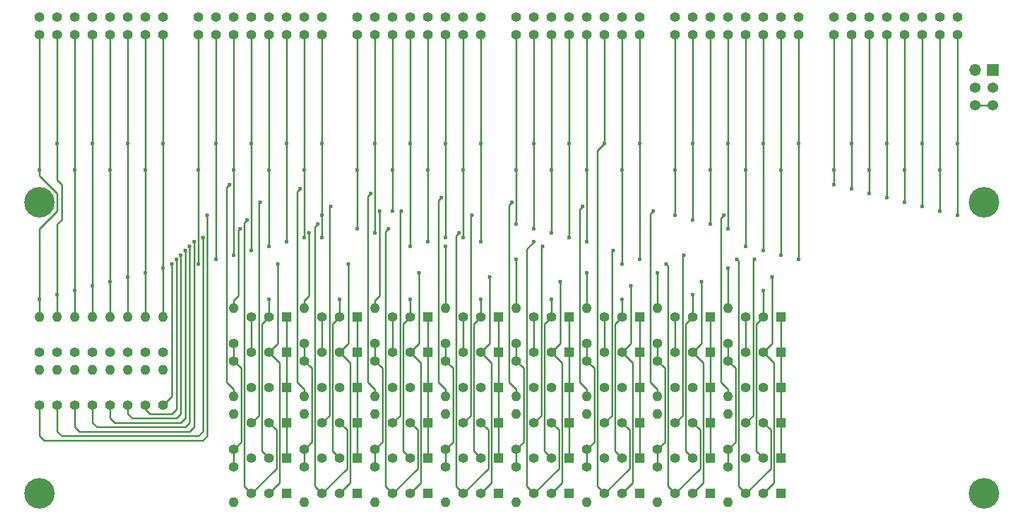
<source format=gbl>
G04 #@! TF.GenerationSoftware,KiCad,Pcbnew,(5.0.0-rc2-200-g1f6f76beb)*
G04 #@! TF.CreationDate,2018-07-19T02:54:02+02:00*
G04 #@! TF.ProjectId,8-bit-bitwise-logic,382D6269742D626974776973652D6C6F,rev?*
G04 #@! TF.SameCoordinates,Original*
G04 #@! TF.FileFunction,Copper,L2,Bot,Signal*
G04 #@! TF.FilePolarity,Positive*
%FSLAX46Y46*%
G04 Gerber Fmt 4.6, Leading zero omitted, Abs format (unit mm)*
G04 Created by KiCad (PCBNEW (5.0.0-rc2-200-g1f6f76beb)) date Thu Jul 19 02:54:02 2018*
%MOMM*%
%LPD*%
G01*
G04 APERTURE LIST*
G04 #@! TA.AperFunction,ComponentPad*
%ADD10C,1.524000*%
G04 #@! TD*
G04 #@! TA.AperFunction,ComponentPad*
%ADD11C,1.400000*%
G04 #@! TD*
G04 #@! TA.AperFunction,ComponentPad*
%ADD12R,1.400000X1.400000*%
G04 #@! TD*
G04 #@! TA.AperFunction,ComponentPad*
%ADD13O,1.400000X1.400000*%
G04 #@! TD*
G04 #@! TA.AperFunction,ComponentPad*
%ADD14R,1.700000X1.700000*%
G04 #@! TD*
G04 #@! TA.AperFunction,ComponentPad*
%ADD15O,1.700000X1.700000*%
G04 #@! TD*
G04 #@! TA.AperFunction,ComponentPad*
%ADD16C,4.400000*%
G04 #@! TD*
G04 #@! TA.AperFunction,ViaPad*
%ADD17C,0.600000*%
G04 #@! TD*
G04 #@! TA.AperFunction,Conductor*
%ADD18C,0.250000*%
G04 #@! TD*
G04 APERTURE END LIST*
D10*
G04 #@! TO.P,J7,2*
G04 #@! TO.N,VCC*
X218440000Y-53340000D03*
G04 #@! TO.P,J7,1*
G04 #@! TO.N,GND*
X218440000Y-55880000D03*
X215900000Y-55880000D03*
G04 #@! TO.P,J7,2*
G04 #@! TO.N,VCC*
X215900000Y-53340000D03*
G04 #@! TD*
D11*
G04 #@! TO.P,Q20,2*
G04 #@! TO.N,/b3*
X154940000Y-91440000D03*
G04 #@! TO.P,Q20,3*
G04 #@! TO.N,/nor3*
X152400000Y-91440000D03*
D12*
G04 #@! TO.P,Q20,1*
G04 #@! TO.N,GND*
X157480000Y-91440000D03*
G04 #@! TD*
D11*
G04 #@! TO.P,Q7,2*
G04 #@! TO.N,/a1*
X175260000Y-86360000D03*
G04 #@! TO.P,Q7,3*
G04 #@! TO.N,/nor1*
X172720000Y-86360000D03*
D12*
G04 #@! TO.P,Q7,1*
G04 #@! TO.N,GND*
X177800000Y-86360000D03*
G04 #@! TD*
D11*
G04 #@! TO.P,Q1,2*
G04 #@! TO.N,/a0*
X185420000Y-86360000D03*
G04 #@! TO.P,Q1,3*
G04 #@! TO.N,/nor0*
X182880000Y-86360000D03*
D12*
G04 #@! TO.P,Q1,1*
G04 #@! TO.N,GND*
X187960000Y-86360000D03*
G04 #@! TD*
D11*
G04 #@! TO.P,Q2,2*
G04 #@! TO.N,/b0*
X185420000Y-91440000D03*
G04 #@! TO.P,Q2,3*
G04 #@! TO.N,/nor0*
X182880000Y-91440000D03*
D12*
G04 #@! TO.P,Q2,1*
G04 #@! TO.N,GND*
X187960000Y-91440000D03*
G04 #@! TD*
D11*
G04 #@! TO.P,Q3,2*
G04 #@! TO.N,/nor0*
X185420000Y-96520000D03*
G04 #@! TO.P,Q3,3*
G04 #@! TO.N,/or0*
X182880000Y-96520000D03*
D12*
G04 #@! TO.P,Q3,1*
G04 #@! TO.N,GND*
X187960000Y-96520000D03*
G04 #@! TD*
D11*
G04 #@! TO.P,Q4,2*
G04 #@! TO.N,/nand0*
X185420000Y-101600000D03*
G04 #@! TO.P,Q4,3*
G04 #@! TO.N,/and0*
X182880000Y-101600000D03*
D12*
G04 #@! TO.P,Q4,1*
G04 #@! TO.N,GND*
X187960000Y-101600000D03*
G04 #@! TD*
D11*
G04 #@! TO.P,Q5,2*
G04 #@! TO.N,/a0*
X185420000Y-106680000D03*
G04 #@! TO.P,Q5,3*
G04 #@! TO.N,Net-(Q5-Pad3)*
X182880000Y-106680000D03*
D12*
G04 #@! TO.P,Q5,1*
G04 #@! TO.N,GND*
X187960000Y-106680000D03*
G04 #@! TD*
D11*
G04 #@! TO.P,Q6,2*
G04 #@! TO.N,/b0*
X185420000Y-111760000D03*
G04 #@! TO.P,Q6,3*
G04 #@! TO.N,/nand0*
X182880000Y-111760000D03*
D12*
G04 #@! TO.P,Q6,1*
G04 #@! TO.N,Net-(Q5-Pad3)*
X187960000Y-111760000D03*
G04 #@! TD*
D11*
G04 #@! TO.P,Q8,2*
G04 #@! TO.N,/b1*
X175260000Y-91440000D03*
G04 #@! TO.P,Q8,3*
G04 #@! TO.N,/nor1*
X172720000Y-91440000D03*
D12*
G04 #@! TO.P,Q8,1*
G04 #@! TO.N,GND*
X177800000Y-91440000D03*
G04 #@! TD*
D11*
G04 #@! TO.P,Q9,2*
G04 #@! TO.N,/nor1*
X175260000Y-96520000D03*
G04 #@! TO.P,Q9,3*
G04 #@! TO.N,/or1*
X172720000Y-96520000D03*
D12*
G04 #@! TO.P,Q9,1*
G04 #@! TO.N,GND*
X177800000Y-96520000D03*
G04 #@! TD*
D11*
G04 #@! TO.P,Q10,2*
G04 #@! TO.N,/nand1*
X175260000Y-101600000D03*
G04 #@! TO.P,Q10,3*
G04 #@! TO.N,/and1*
X172720000Y-101600000D03*
D12*
G04 #@! TO.P,Q10,1*
G04 #@! TO.N,GND*
X177800000Y-101600000D03*
G04 #@! TD*
D11*
G04 #@! TO.P,Q11,2*
G04 #@! TO.N,/a1*
X175260000Y-106680000D03*
G04 #@! TO.P,Q11,3*
G04 #@! TO.N,Net-(Q11-Pad3)*
X172720000Y-106680000D03*
D12*
G04 #@! TO.P,Q11,1*
G04 #@! TO.N,GND*
X177800000Y-106680000D03*
G04 #@! TD*
D11*
G04 #@! TO.P,Q12,2*
G04 #@! TO.N,/b1*
X175260000Y-111760000D03*
G04 #@! TO.P,Q12,3*
G04 #@! TO.N,/nand1*
X172720000Y-111760000D03*
D12*
G04 #@! TO.P,Q12,1*
G04 #@! TO.N,Net-(Q11-Pad3)*
X177800000Y-111760000D03*
G04 #@! TD*
D11*
G04 #@! TO.P,Q13,2*
G04 #@! TO.N,/a2*
X165100000Y-86360000D03*
G04 #@! TO.P,Q13,3*
G04 #@! TO.N,/nor2*
X162560000Y-86360000D03*
D12*
G04 #@! TO.P,Q13,1*
G04 #@! TO.N,GND*
X167640000Y-86360000D03*
G04 #@! TD*
D11*
G04 #@! TO.P,Q14,2*
G04 #@! TO.N,/b2*
X165100000Y-91440000D03*
G04 #@! TO.P,Q14,3*
G04 #@! TO.N,/nor2*
X162560000Y-91440000D03*
D12*
G04 #@! TO.P,Q14,1*
G04 #@! TO.N,GND*
X167640000Y-91440000D03*
G04 #@! TD*
D11*
G04 #@! TO.P,Q15,2*
G04 #@! TO.N,/nor2*
X165100000Y-96520000D03*
G04 #@! TO.P,Q15,3*
G04 #@! TO.N,/or2*
X162560000Y-96520000D03*
D12*
G04 #@! TO.P,Q15,1*
G04 #@! TO.N,GND*
X167640000Y-96520000D03*
G04 #@! TD*
D11*
G04 #@! TO.P,Q16,2*
G04 #@! TO.N,/nand2*
X165100000Y-101600000D03*
G04 #@! TO.P,Q16,3*
G04 #@! TO.N,/and2*
X162560000Y-101600000D03*
D12*
G04 #@! TO.P,Q16,1*
G04 #@! TO.N,GND*
X167640000Y-101600000D03*
G04 #@! TD*
D11*
G04 #@! TO.P,Q17,2*
G04 #@! TO.N,/a2*
X165100000Y-106680000D03*
G04 #@! TO.P,Q17,3*
G04 #@! TO.N,Net-(Q17-Pad3)*
X162560000Y-106680000D03*
D12*
G04 #@! TO.P,Q17,1*
G04 #@! TO.N,GND*
X167640000Y-106680000D03*
G04 #@! TD*
D11*
G04 #@! TO.P,Q18,2*
G04 #@! TO.N,/b2*
X165100000Y-111760000D03*
G04 #@! TO.P,Q18,3*
G04 #@! TO.N,/nand2*
X162560000Y-111760000D03*
D12*
G04 #@! TO.P,Q18,1*
G04 #@! TO.N,Net-(Q17-Pad3)*
X167640000Y-111760000D03*
G04 #@! TD*
D11*
G04 #@! TO.P,Q19,2*
G04 #@! TO.N,/a3*
X154940000Y-86360000D03*
G04 #@! TO.P,Q19,3*
G04 #@! TO.N,/nor3*
X152400000Y-86360000D03*
D12*
G04 #@! TO.P,Q19,1*
G04 #@! TO.N,GND*
X157480000Y-86360000D03*
G04 #@! TD*
D11*
G04 #@! TO.P,Q21,2*
G04 #@! TO.N,/nor3*
X154940000Y-96520000D03*
G04 #@! TO.P,Q21,3*
G04 #@! TO.N,/or3*
X152400000Y-96520000D03*
D12*
G04 #@! TO.P,Q21,1*
G04 #@! TO.N,GND*
X157480000Y-96520000D03*
G04 #@! TD*
D11*
G04 #@! TO.P,Q22,2*
G04 #@! TO.N,/nand3*
X154940000Y-101600000D03*
G04 #@! TO.P,Q22,3*
G04 #@! TO.N,/and3*
X152400000Y-101600000D03*
D12*
G04 #@! TO.P,Q22,1*
G04 #@! TO.N,GND*
X157480000Y-101600000D03*
G04 #@! TD*
D11*
G04 #@! TO.P,Q23,2*
G04 #@! TO.N,/a3*
X154940000Y-106680000D03*
G04 #@! TO.P,Q23,3*
G04 #@! TO.N,Net-(Q23-Pad3)*
X152400000Y-106680000D03*
D12*
G04 #@! TO.P,Q23,1*
G04 #@! TO.N,GND*
X157480000Y-106680000D03*
G04 #@! TD*
D11*
G04 #@! TO.P,Q24,2*
G04 #@! TO.N,/b3*
X154940000Y-111760000D03*
G04 #@! TO.P,Q24,3*
G04 #@! TO.N,/nand3*
X152400000Y-111760000D03*
D12*
G04 #@! TO.P,Q24,1*
G04 #@! TO.N,Net-(Q23-Pad3)*
X157480000Y-111760000D03*
G04 #@! TD*
D11*
G04 #@! TO.P,Q25,2*
G04 #@! TO.N,/a4*
X144780000Y-86360000D03*
G04 #@! TO.P,Q25,3*
G04 #@! TO.N,/nor4*
X142240000Y-86360000D03*
D12*
G04 #@! TO.P,Q25,1*
G04 #@! TO.N,GND*
X147320000Y-86360000D03*
G04 #@! TD*
D11*
G04 #@! TO.P,Q26,2*
G04 #@! TO.N,/b4*
X144780000Y-91440000D03*
G04 #@! TO.P,Q26,3*
G04 #@! TO.N,/nor4*
X142240000Y-91440000D03*
D12*
G04 #@! TO.P,Q26,1*
G04 #@! TO.N,GND*
X147320000Y-91440000D03*
G04 #@! TD*
D11*
G04 #@! TO.P,Q27,2*
G04 #@! TO.N,/nor4*
X144780000Y-96520000D03*
G04 #@! TO.P,Q27,3*
G04 #@! TO.N,/or4*
X142240000Y-96520000D03*
D12*
G04 #@! TO.P,Q27,1*
G04 #@! TO.N,GND*
X147320000Y-96520000D03*
G04 #@! TD*
D11*
G04 #@! TO.P,Q28,2*
G04 #@! TO.N,/nand4*
X144780000Y-101600000D03*
G04 #@! TO.P,Q28,3*
G04 #@! TO.N,/and4*
X142240000Y-101600000D03*
D12*
G04 #@! TO.P,Q28,1*
G04 #@! TO.N,GND*
X147320000Y-101600000D03*
G04 #@! TD*
D11*
G04 #@! TO.P,Q29,2*
G04 #@! TO.N,/a4*
X144780000Y-106680000D03*
G04 #@! TO.P,Q29,3*
G04 #@! TO.N,Net-(Q29-Pad3)*
X142240000Y-106680000D03*
D12*
G04 #@! TO.P,Q29,1*
G04 #@! TO.N,GND*
X147320000Y-106680000D03*
G04 #@! TD*
D11*
G04 #@! TO.P,Q30,2*
G04 #@! TO.N,/b4*
X144780000Y-111760000D03*
G04 #@! TO.P,Q30,3*
G04 #@! TO.N,/nand4*
X142240000Y-111760000D03*
D12*
G04 #@! TO.P,Q30,1*
G04 #@! TO.N,Net-(Q29-Pad3)*
X147320000Y-111760000D03*
G04 #@! TD*
D11*
G04 #@! TO.P,Q31,2*
G04 #@! TO.N,/a5*
X134620000Y-86360000D03*
G04 #@! TO.P,Q31,3*
G04 #@! TO.N,/nor5*
X132080000Y-86360000D03*
D12*
G04 #@! TO.P,Q31,1*
G04 #@! TO.N,GND*
X137160000Y-86360000D03*
G04 #@! TD*
D11*
G04 #@! TO.P,Q32,2*
G04 #@! TO.N,/b5*
X134620000Y-91440000D03*
G04 #@! TO.P,Q32,3*
G04 #@! TO.N,/nor5*
X132080000Y-91440000D03*
D12*
G04 #@! TO.P,Q32,1*
G04 #@! TO.N,GND*
X137160000Y-91440000D03*
G04 #@! TD*
D11*
G04 #@! TO.P,Q33,2*
G04 #@! TO.N,/nor5*
X134620000Y-96520000D03*
G04 #@! TO.P,Q33,3*
G04 #@! TO.N,/or5*
X132080000Y-96520000D03*
D12*
G04 #@! TO.P,Q33,1*
G04 #@! TO.N,GND*
X137160000Y-96520000D03*
G04 #@! TD*
D11*
G04 #@! TO.P,Q34,2*
G04 #@! TO.N,/nand5*
X134620000Y-101600000D03*
G04 #@! TO.P,Q34,3*
G04 #@! TO.N,/and5*
X132080000Y-101600000D03*
D12*
G04 #@! TO.P,Q34,1*
G04 #@! TO.N,GND*
X137160000Y-101600000D03*
G04 #@! TD*
D11*
G04 #@! TO.P,Q35,2*
G04 #@! TO.N,/a5*
X134620000Y-106680000D03*
G04 #@! TO.P,Q35,3*
G04 #@! TO.N,Net-(Q35-Pad3)*
X132080000Y-106680000D03*
D12*
G04 #@! TO.P,Q35,1*
G04 #@! TO.N,GND*
X137160000Y-106680000D03*
G04 #@! TD*
D11*
G04 #@! TO.P,Q36,2*
G04 #@! TO.N,/b5*
X134620000Y-111760000D03*
G04 #@! TO.P,Q36,3*
G04 #@! TO.N,/nand5*
X132080000Y-111760000D03*
D12*
G04 #@! TO.P,Q36,1*
G04 #@! TO.N,Net-(Q35-Pad3)*
X137160000Y-111760000D03*
G04 #@! TD*
D11*
G04 #@! TO.P,Q37,2*
G04 #@! TO.N,/a6*
X124460000Y-86360000D03*
G04 #@! TO.P,Q37,3*
G04 #@! TO.N,/nor6*
X121920000Y-86360000D03*
D12*
G04 #@! TO.P,Q37,1*
G04 #@! TO.N,GND*
X127000000Y-86360000D03*
G04 #@! TD*
D11*
G04 #@! TO.P,Q38,2*
G04 #@! TO.N,/b6*
X124460000Y-91440000D03*
G04 #@! TO.P,Q38,3*
G04 #@! TO.N,/nor6*
X121920000Y-91440000D03*
D12*
G04 #@! TO.P,Q38,1*
G04 #@! TO.N,GND*
X127000000Y-91440000D03*
G04 #@! TD*
D11*
G04 #@! TO.P,Q39,2*
G04 #@! TO.N,/nor6*
X124460000Y-96520000D03*
G04 #@! TO.P,Q39,3*
G04 #@! TO.N,/or6*
X121920000Y-96520000D03*
D12*
G04 #@! TO.P,Q39,1*
G04 #@! TO.N,GND*
X127000000Y-96520000D03*
G04 #@! TD*
D11*
G04 #@! TO.P,Q40,2*
G04 #@! TO.N,/nand6*
X124460000Y-101600000D03*
G04 #@! TO.P,Q40,3*
G04 #@! TO.N,/and6*
X121920000Y-101600000D03*
D12*
G04 #@! TO.P,Q40,1*
G04 #@! TO.N,GND*
X127000000Y-101600000D03*
G04 #@! TD*
D11*
G04 #@! TO.P,Q41,2*
G04 #@! TO.N,/a6*
X124460000Y-106680000D03*
G04 #@! TO.P,Q41,3*
G04 #@! TO.N,Net-(Q41-Pad3)*
X121920000Y-106680000D03*
D12*
G04 #@! TO.P,Q41,1*
G04 #@! TO.N,GND*
X127000000Y-106680000D03*
G04 #@! TD*
D11*
G04 #@! TO.P,Q42,2*
G04 #@! TO.N,/b6*
X124460000Y-111760000D03*
G04 #@! TO.P,Q42,3*
G04 #@! TO.N,/nand6*
X121920000Y-111760000D03*
D12*
G04 #@! TO.P,Q42,1*
G04 #@! TO.N,Net-(Q41-Pad3)*
X127000000Y-111760000D03*
G04 #@! TD*
D11*
G04 #@! TO.P,Q43,2*
G04 #@! TO.N,/a7*
X114300000Y-86360000D03*
G04 #@! TO.P,Q43,3*
G04 #@! TO.N,/nor7*
X111760000Y-86360000D03*
D12*
G04 #@! TO.P,Q43,1*
G04 #@! TO.N,GND*
X116840000Y-86360000D03*
G04 #@! TD*
D11*
G04 #@! TO.P,Q44,2*
G04 #@! TO.N,/b7*
X114300000Y-91440000D03*
G04 #@! TO.P,Q44,3*
G04 #@! TO.N,/nor7*
X111760000Y-91440000D03*
D12*
G04 #@! TO.P,Q44,1*
G04 #@! TO.N,GND*
X116840000Y-91440000D03*
G04 #@! TD*
D11*
G04 #@! TO.P,Q45,2*
G04 #@! TO.N,/nor7*
X114300000Y-96520000D03*
G04 #@! TO.P,Q45,3*
G04 #@! TO.N,/or7*
X111760000Y-96520000D03*
D12*
G04 #@! TO.P,Q45,1*
G04 #@! TO.N,GND*
X116840000Y-96520000D03*
G04 #@! TD*
D11*
G04 #@! TO.P,Q46,2*
G04 #@! TO.N,/nand7*
X114300000Y-101600000D03*
G04 #@! TO.P,Q46,3*
G04 #@! TO.N,/and7*
X111760000Y-101600000D03*
D12*
G04 #@! TO.P,Q46,1*
G04 #@! TO.N,GND*
X116840000Y-101600000D03*
G04 #@! TD*
D11*
G04 #@! TO.P,Q47,2*
G04 #@! TO.N,/a7*
X114300000Y-106680000D03*
G04 #@! TO.P,Q47,3*
G04 #@! TO.N,Net-(Q47-Pad3)*
X111760000Y-106680000D03*
D12*
G04 #@! TO.P,Q47,1*
G04 #@! TO.N,GND*
X116840000Y-106680000D03*
G04 #@! TD*
D11*
G04 #@! TO.P,Q48,2*
G04 #@! TO.N,/b7*
X114300000Y-111760000D03*
G04 #@! TO.P,Q48,3*
G04 #@! TO.N,/nand7*
X111760000Y-111760000D03*
D12*
G04 #@! TO.P,Q48,1*
G04 #@! TO.N,Net-(Q47-Pad3)*
X116840000Y-111760000D03*
G04 #@! TD*
D11*
G04 #@! TO.P,R1,1*
G04 #@! TO.N,GND*
X99060000Y-91440000D03*
D13*
G04 #@! TO.P,R1,2*
G04 #@! TO.N,/a0*
X99060000Y-86360000D03*
G04 #@! TD*
D11*
G04 #@! TO.P,R2,1*
G04 #@! TO.N,/b0*
X81280000Y-99060000D03*
D13*
G04 #@! TO.P,R2,2*
G04 #@! TO.N,GND*
X81280000Y-93980000D03*
G04 #@! TD*
D11*
G04 #@! TO.P,R3,1*
G04 #@! TO.N,VCC*
X180340000Y-90170000D03*
D13*
G04 #@! TO.P,R3,2*
G04 #@! TO.N,/nor0*
X180340000Y-85090000D03*
G04 #@! TD*
D11*
G04 #@! TO.P,R4,1*
G04 #@! TO.N,VCC*
X180340000Y-92710000D03*
D13*
G04 #@! TO.P,R4,2*
G04 #@! TO.N,/or0*
X180340000Y-97790000D03*
G04 #@! TD*
D11*
G04 #@! TO.P,R5,1*
G04 #@! TO.N,VCC*
X180340000Y-105410000D03*
D13*
G04 #@! TO.P,R5,2*
G04 #@! TO.N,/and0*
X180340000Y-100330000D03*
G04 #@! TD*
D11*
G04 #@! TO.P,R6,1*
G04 #@! TO.N,VCC*
X180340000Y-107950000D03*
D13*
G04 #@! TO.P,R6,2*
G04 #@! TO.N,/nand0*
X180340000Y-113030000D03*
G04 #@! TD*
D11*
G04 #@! TO.P,R7,1*
G04 #@! TO.N,GND*
X96520000Y-91440000D03*
D13*
G04 #@! TO.P,R7,2*
G04 #@! TO.N,/a1*
X96520000Y-86360000D03*
G04 #@! TD*
D11*
G04 #@! TO.P,R8,1*
G04 #@! TO.N,/b1*
X83820000Y-99060000D03*
D13*
G04 #@! TO.P,R8,2*
G04 #@! TO.N,GND*
X83820000Y-93980000D03*
G04 #@! TD*
D11*
G04 #@! TO.P,R9,1*
G04 #@! TO.N,VCC*
X170180000Y-90170000D03*
D13*
G04 #@! TO.P,R9,2*
G04 #@! TO.N,/nor1*
X170180000Y-85090000D03*
G04 #@! TD*
D11*
G04 #@! TO.P,R10,1*
G04 #@! TO.N,VCC*
X170180000Y-92710000D03*
D13*
G04 #@! TO.P,R10,2*
G04 #@! TO.N,/or1*
X170180000Y-97790000D03*
G04 #@! TD*
D11*
G04 #@! TO.P,R11,1*
G04 #@! TO.N,VCC*
X170180000Y-105410000D03*
D13*
G04 #@! TO.P,R11,2*
G04 #@! TO.N,/and1*
X170180000Y-100330000D03*
G04 #@! TD*
D11*
G04 #@! TO.P,R12,1*
G04 #@! TO.N,VCC*
X170180000Y-107950000D03*
D13*
G04 #@! TO.P,R12,2*
G04 #@! TO.N,/nand1*
X170180000Y-113030000D03*
G04 #@! TD*
D11*
G04 #@! TO.P,R13,1*
G04 #@! TO.N,GND*
X93980000Y-91440000D03*
D13*
G04 #@! TO.P,R13,2*
G04 #@! TO.N,/a2*
X93980000Y-86360000D03*
G04 #@! TD*
D11*
G04 #@! TO.P,R14,1*
G04 #@! TO.N,/b2*
X86360000Y-99060000D03*
D13*
G04 #@! TO.P,R14,2*
G04 #@! TO.N,GND*
X86360000Y-93980000D03*
G04 #@! TD*
D11*
G04 #@! TO.P,R15,1*
G04 #@! TO.N,VCC*
X160020000Y-90170000D03*
D13*
G04 #@! TO.P,R15,2*
G04 #@! TO.N,/nor2*
X160020000Y-85090000D03*
G04 #@! TD*
D11*
G04 #@! TO.P,R16,1*
G04 #@! TO.N,VCC*
X160020000Y-92710000D03*
D13*
G04 #@! TO.P,R16,2*
G04 #@! TO.N,/or2*
X160020000Y-97790000D03*
G04 #@! TD*
D11*
G04 #@! TO.P,R17,1*
G04 #@! TO.N,VCC*
X160020000Y-105410000D03*
D13*
G04 #@! TO.P,R17,2*
G04 #@! TO.N,/and2*
X160020000Y-100330000D03*
G04 #@! TD*
D11*
G04 #@! TO.P,R18,1*
G04 #@! TO.N,VCC*
X160020000Y-107950000D03*
D13*
G04 #@! TO.P,R18,2*
G04 #@! TO.N,/nand2*
X160020000Y-113030000D03*
G04 #@! TD*
D11*
G04 #@! TO.P,R19,1*
G04 #@! TO.N,GND*
X91440000Y-91440000D03*
D13*
G04 #@! TO.P,R19,2*
G04 #@! TO.N,/a3*
X91440000Y-86360000D03*
G04 #@! TD*
D11*
G04 #@! TO.P,R20,1*
G04 #@! TO.N,/b3*
X88900000Y-99060000D03*
D13*
G04 #@! TO.P,R20,2*
G04 #@! TO.N,GND*
X88900000Y-93980000D03*
G04 #@! TD*
D11*
G04 #@! TO.P,R21,1*
G04 #@! TO.N,VCC*
X149860000Y-90170000D03*
D13*
G04 #@! TO.P,R21,2*
G04 #@! TO.N,/nor3*
X149860000Y-85090000D03*
G04 #@! TD*
D11*
G04 #@! TO.P,R22,1*
G04 #@! TO.N,VCC*
X149860000Y-92710000D03*
D13*
G04 #@! TO.P,R22,2*
G04 #@! TO.N,/or3*
X149860000Y-97790000D03*
G04 #@! TD*
D11*
G04 #@! TO.P,R23,1*
G04 #@! TO.N,VCC*
X149860000Y-105410000D03*
D13*
G04 #@! TO.P,R23,2*
G04 #@! TO.N,/and3*
X149860000Y-100330000D03*
G04 #@! TD*
D11*
G04 #@! TO.P,R24,1*
G04 #@! TO.N,VCC*
X149860000Y-107950000D03*
D13*
G04 #@! TO.P,R24,2*
G04 #@! TO.N,/nand3*
X149860000Y-113030000D03*
G04 #@! TD*
D11*
G04 #@! TO.P,R25,1*
G04 #@! TO.N,GND*
X88900000Y-91440000D03*
D13*
G04 #@! TO.P,R25,2*
G04 #@! TO.N,/a4*
X88900000Y-86360000D03*
G04 #@! TD*
D11*
G04 #@! TO.P,R26,1*
G04 #@! TO.N,/b4*
X91440000Y-99060000D03*
D13*
G04 #@! TO.P,R26,2*
G04 #@! TO.N,GND*
X91440000Y-93980000D03*
G04 #@! TD*
D11*
G04 #@! TO.P,R27,1*
G04 #@! TO.N,VCC*
X139700000Y-90170000D03*
D13*
G04 #@! TO.P,R27,2*
G04 #@! TO.N,/nor4*
X139700000Y-85090000D03*
G04 #@! TD*
D11*
G04 #@! TO.P,R28,1*
G04 #@! TO.N,VCC*
X139700000Y-92710000D03*
D13*
G04 #@! TO.P,R28,2*
G04 #@! TO.N,/or4*
X139700000Y-97790000D03*
G04 #@! TD*
D11*
G04 #@! TO.P,R29,1*
G04 #@! TO.N,VCC*
X139700000Y-105410000D03*
D13*
G04 #@! TO.P,R29,2*
G04 #@! TO.N,/and4*
X139700000Y-100330000D03*
G04 #@! TD*
D11*
G04 #@! TO.P,R30,1*
G04 #@! TO.N,VCC*
X139700000Y-107950000D03*
D13*
G04 #@! TO.P,R30,2*
G04 #@! TO.N,/nand4*
X139700000Y-113030000D03*
G04 #@! TD*
D11*
G04 #@! TO.P,R31,1*
G04 #@! TO.N,GND*
X86360000Y-91440000D03*
D13*
G04 #@! TO.P,R31,2*
G04 #@! TO.N,/a5*
X86360000Y-86360000D03*
G04 #@! TD*
D11*
G04 #@! TO.P,R32,1*
G04 #@! TO.N,/b5*
X93980000Y-99060000D03*
D13*
G04 #@! TO.P,R32,2*
G04 #@! TO.N,GND*
X93980000Y-93980000D03*
G04 #@! TD*
D11*
G04 #@! TO.P,R33,1*
G04 #@! TO.N,VCC*
X129540000Y-90170000D03*
D13*
G04 #@! TO.P,R33,2*
G04 #@! TO.N,/nor5*
X129540000Y-85090000D03*
G04 #@! TD*
D11*
G04 #@! TO.P,R34,1*
G04 #@! TO.N,VCC*
X129540000Y-92710000D03*
D13*
G04 #@! TO.P,R34,2*
G04 #@! TO.N,/or5*
X129540000Y-97790000D03*
G04 #@! TD*
D11*
G04 #@! TO.P,R35,1*
G04 #@! TO.N,VCC*
X129540000Y-105410000D03*
D13*
G04 #@! TO.P,R35,2*
G04 #@! TO.N,/and5*
X129540000Y-100330000D03*
G04 #@! TD*
D11*
G04 #@! TO.P,R36,1*
G04 #@! TO.N,VCC*
X129540000Y-107950000D03*
D13*
G04 #@! TO.P,R36,2*
G04 #@! TO.N,/nand5*
X129540000Y-113030000D03*
G04 #@! TD*
D11*
G04 #@! TO.P,R37,1*
G04 #@! TO.N,GND*
X83820000Y-91440000D03*
D13*
G04 #@! TO.P,R37,2*
G04 #@! TO.N,/a6*
X83820000Y-86360000D03*
G04 #@! TD*
D11*
G04 #@! TO.P,R38,1*
G04 #@! TO.N,/b6*
X96520000Y-99060000D03*
D13*
G04 #@! TO.P,R38,2*
G04 #@! TO.N,GND*
X96520000Y-93980000D03*
G04 #@! TD*
D11*
G04 #@! TO.P,R39,1*
G04 #@! TO.N,VCC*
X119380000Y-90170000D03*
D13*
G04 #@! TO.P,R39,2*
G04 #@! TO.N,/nor6*
X119380000Y-85090000D03*
G04 #@! TD*
D11*
G04 #@! TO.P,R40,1*
G04 #@! TO.N,VCC*
X119380000Y-92710000D03*
D13*
G04 #@! TO.P,R40,2*
G04 #@! TO.N,/or6*
X119380000Y-97790000D03*
G04 #@! TD*
D11*
G04 #@! TO.P,R41,1*
G04 #@! TO.N,VCC*
X119380000Y-105410000D03*
D13*
G04 #@! TO.P,R41,2*
G04 #@! TO.N,/and6*
X119380000Y-100330000D03*
G04 #@! TD*
D11*
G04 #@! TO.P,R42,1*
G04 #@! TO.N,VCC*
X119380000Y-107950000D03*
D13*
G04 #@! TO.P,R42,2*
G04 #@! TO.N,/nand6*
X119380000Y-113030000D03*
G04 #@! TD*
D11*
G04 #@! TO.P,R43,1*
G04 #@! TO.N,GND*
X81280000Y-91440000D03*
D13*
G04 #@! TO.P,R43,2*
G04 #@! TO.N,/a7*
X81280000Y-86360000D03*
G04 #@! TD*
D11*
G04 #@! TO.P,R44,1*
G04 #@! TO.N,/b7*
X99060000Y-99060000D03*
D13*
G04 #@! TO.P,R44,2*
G04 #@! TO.N,GND*
X99060000Y-93980000D03*
G04 #@! TD*
D11*
G04 #@! TO.P,R45,1*
G04 #@! TO.N,VCC*
X109220000Y-90170000D03*
D13*
G04 #@! TO.P,R45,2*
G04 #@! TO.N,/nor7*
X109220000Y-85090000D03*
G04 #@! TD*
D11*
G04 #@! TO.P,R46,1*
G04 #@! TO.N,VCC*
X109220000Y-92710000D03*
D13*
G04 #@! TO.P,R46,2*
G04 #@! TO.N,/or7*
X109220000Y-97790000D03*
G04 #@! TD*
D11*
G04 #@! TO.P,R47,1*
G04 #@! TO.N,VCC*
X109220000Y-105410000D03*
D13*
G04 #@! TO.P,R47,2*
G04 #@! TO.N,/and7*
X109220000Y-100330000D03*
G04 #@! TD*
D11*
G04 #@! TO.P,R48,1*
G04 #@! TO.N,VCC*
X109220000Y-107950000D03*
D13*
G04 #@! TO.P,R48,2*
G04 #@! TO.N,/nand7*
X109220000Y-113030000D03*
G04 #@! TD*
D14*
G04 #@! TO.P,JP1,1*
G04 #@! TO.N,VCC*
X218440000Y-50800000D03*
D15*
G04 #@! TO.P,JP1,2*
G04 #@! TO.N,Net-(D1-Pad2)*
X215900000Y-50800000D03*
G04 #@! TD*
D11*
G04 #@! TO.P,J1,8*
G04 #@! TO.N,/a7*
X81280000Y-45720000D03*
G04 #@! TO.P,J1,7*
G04 #@! TO.N,/a6*
X83820000Y-45720000D03*
G04 #@! TO.P,J1,6*
G04 #@! TO.N,/a5*
X86360000Y-45720000D03*
G04 #@! TO.P,J1,5*
G04 #@! TO.N,/a4*
X88900000Y-45720000D03*
G04 #@! TO.P,J1,4*
G04 #@! TO.N,/a3*
X91440000Y-45720000D03*
G04 #@! TO.P,J1,3*
G04 #@! TO.N,/a2*
X93980000Y-45720000D03*
G04 #@! TO.P,J1,2*
G04 #@! TO.N,/a1*
X96520000Y-45720000D03*
G04 #@! TO.P,J1,1*
G04 #@! TO.N,/a0*
X99060000Y-45720000D03*
X99060000Y-43180000D03*
G04 #@! TO.P,J1,2*
G04 #@! TO.N,/a1*
X96520000Y-43180000D03*
G04 #@! TO.P,J1,3*
G04 #@! TO.N,/a2*
X93980000Y-43180000D03*
G04 #@! TO.P,J1,4*
G04 #@! TO.N,/a3*
X91440000Y-43180000D03*
G04 #@! TO.P,J1,5*
G04 #@! TO.N,/a4*
X88900000Y-43180000D03*
G04 #@! TO.P,J1,6*
G04 #@! TO.N,/a5*
X86360000Y-43180000D03*
G04 #@! TO.P,J1,7*
G04 #@! TO.N,/a6*
X83820000Y-43180000D03*
G04 #@! TO.P,J1,8*
G04 #@! TO.N,/a7*
X81280000Y-43180000D03*
G04 #@! TD*
G04 #@! TO.P,J2,8*
G04 #@! TO.N,/b7*
X104140000Y-43180000D03*
G04 #@! TO.P,J2,7*
G04 #@! TO.N,/b6*
X106680000Y-43180000D03*
G04 #@! TO.P,J2,6*
G04 #@! TO.N,/b5*
X109220000Y-43180000D03*
G04 #@! TO.P,J2,5*
G04 #@! TO.N,/b4*
X111760000Y-43180000D03*
G04 #@! TO.P,J2,4*
G04 #@! TO.N,/b3*
X114300000Y-43180000D03*
G04 #@! TO.P,J2,3*
G04 #@! TO.N,/b2*
X116840000Y-43180000D03*
G04 #@! TO.P,J2,2*
G04 #@! TO.N,/b1*
X119380000Y-43180000D03*
G04 #@! TO.P,J2,1*
G04 #@! TO.N,/b0*
X121920000Y-43180000D03*
X121920000Y-45720000D03*
G04 #@! TO.P,J2,2*
G04 #@! TO.N,/b1*
X119380000Y-45720000D03*
G04 #@! TO.P,J2,3*
G04 #@! TO.N,/b2*
X116840000Y-45720000D03*
G04 #@! TO.P,J2,4*
G04 #@! TO.N,/b3*
X114300000Y-45720000D03*
G04 #@! TO.P,J2,5*
G04 #@! TO.N,/b4*
X111760000Y-45720000D03*
G04 #@! TO.P,J2,6*
G04 #@! TO.N,/b5*
X109220000Y-45720000D03*
G04 #@! TO.P,J2,7*
G04 #@! TO.N,/b6*
X106680000Y-45720000D03*
G04 #@! TO.P,J2,8*
G04 #@! TO.N,/b7*
X104140000Y-45720000D03*
G04 #@! TD*
G04 #@! TO.P,J3,8*
G04 #@! TO.N,/nor7*
X127000000Y-45720000D03*
G04 #@! TO.P,J3,7*
G04 #@! TO.N,/nor6*
X129540000Y-45720000D03*
G04 #@! TO.P,J3,6*
G04 #@! TO.N,/nor5*
X132080000Y-45720000D03*
G04 #@! TO.P,J3,5*
G04 #@! TO.N,/nor4*
X134620000Y-45720000D03*
G04 #@! TO.P,J3,4*
G04 #@! TO.N,/nor3*
X137160000Y-45720000D03*
G04 #@! TO.P,J3,3*
G04 #@! TO.N,/nor2*
X139700000Y-45720000D03*
G04 #@! TO.P,J3,2*
G04 #@! TO.N,/nor1*
X142240000Y-45720000D03*
G04 #@! TO.P,J3,1*
G04 #@! TO.N,/nor0*
X144780000Y-45720000D03*
X144780000Y-43180000D03*
G04 #@! TO.P,J3,2*
G04 #@! TO.N,/nor1*
X142240000Y-43180000D03*
G04 #@! TO.P,J3,3*
G04 #@! TO.N,/nor2*
X139700000Y-43180000D03*
G04 #@! TO.P,J3,4*
G04 #@! TO.N,/nor3*
X137160000Y-43180000D03*
G04 #@! TO.P,J3,5*
G04 #@! TO.N,/nor4*
X134620000Y-43180000D03*
G04 #@! TO.P,J3,6*
G04 #@! TO.N,/nor5*
X132080000Y-43180000D03*
G04 #@! TO.P,J3,7*
G04 #@! TO.N,/nor6*
X129540000Y-43180000D03*
G04 #@! TO.P,J3,8*
G04 #@! TO.N,/nor7*
X127000000Y-43180000D03*
G04 #@! TD*
G04 #@! TO.P,J4,8*
G04 #@! TO.N,/nand7*
X149860000Y-43180000D03*
G04 #@! TO.P,J4,7*
G04 #@! TO.N,/nand6*
X152400000Y-43180000D03*
G04 #@! TO.P,J4,6*
G04 #@! TO.N,/nand5*
X154940000Y-43180000D03*
G04 #@! TO.P,J4,5*
G04 #@! TO.N,/nand4*
X157480000Y-43180000D03*
G04 #@! TO.P,J4,4*
G04 #@! TO.N,/nand3*
X160020000Y-43180000D03*
G04 #@! TO.P,J4,3*
G04 #@! TO.N,/nand2*
X162560000Y-43180000D03*
G04 #@! TO.P,J4,2*
G04 #@! TO.N,/nand1*
X165100000Y-43180000D03*
G04 #@! TO.P,J4,1*
G04 #@! TO.N,/nand0*
X167640000Y-43180000D03*
X167640000Y-45720000D03*
G04 #@! TO.P,J4,2*
G04 #@! TO.N,/nand1*
X165100000Y-45720000D03*
G04 #@! TO.P,J4,3*
G04 #@! TO.N,/nand2*
X162560000Y-45720000D03*
G04 #@! TO.P,J4,4*
G04 #@! TO.N,/nand3*
X160020000Y-45720000D03*
G04 #@! TO.P,J4,5*
G04 #@! TO.N,/nand4*
X157480000Y-45720000D03*
G04 #@! TO.P,J4,6*
G04 #@! TO.N,/nand5*
X154940000Y-45720000D03*
G04 #@! TO.P,J4,7*
G04 #@! TO.N,/nand6*
X152400000Y-45720000D03*
G04 #@! TO.P,J4,8*
G04 #@! TO.N,/nand7*
X149860000Y-45720000D03*
G04 #@! TD*
G04 #@! TO.P,J5,8*
G04 #@! TO.N,/and7*
X172720000Y-45720000D03*
G04 #@! TO.P,J5,7*
G04 #@! TO.N,/and6*
X175260000Y-45720000D03*
G04 #@! TO.P,J5,6*
G04 #@! TO.N,/and5*
X177800000Y-45720000D03*
G04 #@! TO.P,J5,5*
G04 #@! TO.N,/and4*
X180340000Y-45720000D03*
G04 #@! TO.P,J5,4*
G04 #@! TO.N,/and3*
X182880000Y-45720000D03*
G04 #@! TO.P,J5,3*
G04 #@! TO.N,/and2*
X185420000Y-45720000D03*
G04 #@! TO.P,J5,2*
G04 #@! TO.N,/and1*
X187960000Y-45720000D03*
G04 #@! TO.P,J5,1*
G04 #@! TO.N,/and0*
X190500000Y-45720000D03*
X190500000Y-43180000D03*
G04 #@! TO.P,J5,2*
G04 #@! TO.N,/and1*
X187960000Y-43180000D03*
G04 #@! TO.P,J5,3*
G04 #@! TO.N,/and2*
X185420000Y-43180000D03*
G04 #@! TO.P,J5,4*
G04 #@! TO.N,/and3*
X182880000Y-43180000D03*
G04 #@! TO.P,J5,5*
G04 #@! TO.N,/and4*
X180340000Y-43180000D03*
G04 #@! TO.P,J5,6*
G04 #@! TO.N,/and5*
X177800000Y-43180000D03*
G04 #@! TO.P,J5,7*
G04 #@! TO.N,/and6*
X175260000Y-43180000D03*
G04 #@! TO.P,J5,8*
G04 #@! TO.N,/and7*
X172720000Y-43180000D03*
G04 #@! TD*
G04 #@! TO.P,J6,8*
G04 #@! TO.N,/or7*
X195580000Y-43180000D03*
G04 #@! TO.P,J6,7*
G04 #@! TO.N,/or6*
X198120000Y-43180000D03*
G04 #@! TO.P,J6,6*
G04 #@! TO.N,/or5*
X200660000Y-43180000D03*
G04 #@! TO.P,J6,5*
G04 #@! TO.N,/or4*
X203200000Y-43180000D03*
G04 #@! TO.P,J6,4*
G04 #@! TO.N,/or3*
X205740000Y-43180000D03*
G04 #@! TO.P,J6,3*
G04 #@! TO.N,/or2*
X208280000Y-43180000D03*
G04 #@! TO.P,J6,2*
G04 #@! TO.N,/or1*
X210820000Y-43180000D03*
G04 #@! TO.P,J6,1*
G04 #@! TO.N,/or0*
X213360000Y-43180000D03*
X213360000Y-45720000D03*
G04 #@! TO.P,J6,2*
G04 #@! TO.N,/or1*
X210820000Y-45720000D03*
G04 #@! TO.P,J6,3*
G04 #@! TO.N,/or2*
X208280000Y-45720000D03*
G04 #@! TO.P,J6,4*
G04 #@! TO.N,/or3*
X205740000Y-45720000D03*
G04 #@! TO.P,J6,5*
G04 #@! TO.N,/or4*
X203200000Y-45720000D03*
G04 #@! TO.P,J6,6*
G04 #@! TO.N,/or5*
X200660000Y-45720000D03*
G04 #@! TO.P,J6,7*
G04 #@! TO.N,/or6*
X198120000Y-45720000D03*
G04 #@! TO.P,J6,8*
G04 #@! TO.N,/or7*
X195580000Y-45720000D03*
G04 #@! TD*
D16*
G04 #@! TO.P,REF\002A\002A,1*
G04 #@! TO.N,N/C*
X217170000Y-69850000D03*
G04 #@! TD*
G04 #@! TO.P,REF\002A\002A,1*
G04 #@! TO.N,N/C*
X217170000Y-111760000D03*
G04 #@! TD*
G04 #@! TO.P,REF\002A\002A,1*
G04 #@! TO.N,N/C*
X81280000Y-111760000D03*
G04 #@! TD*
G04 #@! TO.P,REF\002A\002A,1*
G04 #@! TO.N,N/C*
X81280000Y-69850000D03*
G04 #@! TD*
D17*
G04 #@! TO.N,/a6*
X83820000Y-61404500D03*
G04 #@! TO.N,/a7*
X81280000Y-65214500D03*
G04 #@! TO.N,/a4*
X88900000Y-61404500D03*
G04 #@! TO.N,/a5*
X86360000Y-65214500D03*
G04 #@! TO.N,/a2*
X93980000Y-61404500D03*
G04 #@! TO.N,/a3*
X91440000Y-65214500D03*
G04 #@! TO.N,/a0*
X99060000Y-61404500D03*
G04 #@! TO.N,/a1*
X96520000Y-65214500D03*
G04 #@! TO.N,/b6*
X106680000Y-61404500D03*
G04 #@! TO.N,/b7*
X104140000Y-65214500D03*
G04 #@! TO.N,/b4*
X111760000Y-61404500D03*
G04 #@! TO.N,/b5*
X109220000Y-65214500D03*
G04 #@! TO.N,/b2*
X116840000Y-61404500D03*
G04 #@! TO.N,/b3*
X114300000Y-65214500D03*
G04 #@! TO.N,/b0*
X121920000Y-61404500D03*
G04 #@! TO.N,/b1*
X119380000Y-65214500D03*
G04 #@! TO.N,/nor6*
X129540000Y-61404500D03*
G04 #@! TO.N,/nor7*
X127000000Y-65214500D03*
G04 #@! TO.N,/nor4*
X134620000Y-61404500D03*
G04 #@! TO.N,/nor5*
X132080000Y-65214500D03*
G04 #@! TO.N,/nor2*
X139700000Y-61404500D03*
G04 #@! TO.N,/nor3*
X137160000Y-65214500D03*
G04 #@! TO.N,/nor0*
X144780000Y-61404500D03*
G04 #@! TO.N,/nor1*
X142240000Y-65214500D03*
G04 #@! TO.N,/nand6*
X152400000Y-61404500D03*
G04 #@! TO.N,/nand7*
X149860000Y-65214500D03*
G04 #@! TO.N,/nand4*
X157480000Y-61404500D03*
G04 #@! TO.N,/nand5*
X154940000Y-65214500D03*
G04 #@! TO.N,/nand2*
X162560000Y-61404500D03*
G04 #@! TO.N,/nand3*
X160020000Y-65214500D03*
G04 #@! TO.N,/nand0*
X167640000Y-61404500D03*
G04 #@! TO.N,/nand1*
X165100000Y-65214500D03*
G04 #@! TO.N,/and6*
X175260000Y-61404500D03*
G04 #@! TO.N,/and7*
X172720000Y-65214500D03*
G04 #@! TO.N,/and4*
X180340000Y-61404500D03*
G04 #@! TO.N,/and5*
X177800000Y-65214500D03*
G04 #@! TO.N,/and2*
X185420000Y-61404500D03*
G04 #@! TO.N,/and3*
X182880000Y-65214500D03*
G04 #@! TO.N,/and0*
X190500000Y-61404500D03*
G04 #@! TO.N,/and1*
X187960000Y-65214500D03*
G04 #@! TO.N,/or6*
X198120000Y-61404500D03*
G04 #@! TO.N,/or7*
X195580000Y-65214500D03*
G04 #@! TO.N,/or4*
X203200000Y-61404500D03*
G04 #@! TO.N,/or5*
X200660000Y-65214500D03*
G04 #@! TO.N,/or2*
X208280000Y-61404500D03*
G04 #@! TO.N,/or3*
X205740000Y-65214500D03*
G04 #@! TO.N,/b0*
X121920000Y-74930000D03*
X186690000Y-80645000D03*
X121920000Y-71755000D03*
X105410000Y-71755000D03*
G04 #@! TO.N,/b1*
X119380000Y-74930000D03*
X176530000Y-81280000D03*
X104775000Y-74930000D03*
G04 #@! TO.N,/b2*
X116840000Y-75565000D03*
X166370000Y-81915000D03*
X103505000Y-75565000D03*
G04 #@! TO.N,/b3*
X114300000Y-76200000D03*
X156210000Y-81280000D03*
X102870000Y-76200000D03*
G04 #@! TO.N,/b4*
X111760000Y-76835000D03*
X146050000Y-80645000D03*
X102235000Y-76835000D03*
G04 #@! TO.N,/b5*
X109220000Y-77470000D03*
X135890000Y-80010000D03*
X101600000Y-77470000D03*
G04 #@! TO.N,/b6*
X106680000Y-78105000D03*
X100965000Y-78105000D03*
X125730000Y-78740000D03*
G04 #@! TO.N,/b7*
X104140000Y-78740000D03*
X115570000Y-78740000D03*
X100330000Y-78740000D03*
G04 #@! TO.N,/a0*
X99060000Y-79375000D03*
X185420000Y-82550000D03*
G04 #@! TO.N,/a1*
X96520000Y-80010000D03*
X175260000Y-83185000D03*
G04 #@! TO.N,/a2*
X93980000Y-80645000D03*
X165100000Y-83820000D03*
G04 #@! TO.N,/a3*
X91440000Y-81280000D03*
X154940000Y-83820000D03*
G04 #@! TO.N,/a4*
X88900000Y-81915000D03*
X144780000Y-83820000D03*
G04 #@! TO.N,/a5*
X86360000Y-82550000D03*
X134620000Y-83820000D03*
G04 #@! TO.N,/a6*
X83820000Y-83185000D03*
X124460000Y-83820000D03*
G04 #@! TO.N,/a7*
X114300000Y-83820000D03*
X81280000Y-83820000D03*
G04 #@! TO.N,/nor0*
X144780000Y-75565000D03*
X180340000Y-79375000D03*
G04 #@! TO.N,/nand0*
X167640000Y-78105000D03*
X181610000Y-78105000D03*
G04 #@! TO.N,/and0*
X184150000Y-78105000D03*
X190500000Y-78105000D03*
G04 #@! TO.N,/or0*
X213360000Y-61404500D03*
X179705000Y-71755000D03*
X213360000Y-71755000D03*
G04 #@! TO.N,/nor1*
X142240000Y-74930000D03*
X170180000Y-80010000D03*
G04 #@! TO.N,/nand1*
X165100000Y-78740000D03*
X171450000Y-78740000D03*
G04 #@! TO.N,/and1*
X187960000Y-77470000D03*
X173990000Y-77470000D03*
G04 #@! TO.N,/or1*
X210820000Y-65214500D03*
X169545000Y-71120000D03*
X210820000Y-71120000D03*
G04 #@! TO.N,/nor2*
X139700000Y-74930000D03*
X160020000Y-80010000D03*
G04 #@! TO.N,/and2*
X163830000Y-76835000D03*
X185420000Y-76835000D03*
G04 #@! TO.N,/or2*
X159385000Y-70485000D03*
X208280000Y-70485000D03*
G04 #@! TO.N,/nor3*
X149860000Y-78105000D03*
X137160000Y-75565000D03*
G04 #@! TO.N,/nand3*
X152400000Y-75565000D03*
X160020000Y-75565000D03*
G04 #@! TO.N,/and3*
X153670000Y-76200000D03*
X182880000Y-76200000D03*
G04 #@! TO.N,/or3*
X205740000Y-69850000D03*
X149225000Y-69850000D03*
G04 #@! TO.N,/nor4*
X139700000Y-76200000D03*
X134620000Y-76200000D03*
G04 #@! TO.N,/nand4*
X141605000Y-74295000D03*
X157480000Y-74930000D03*
G04 #@! TO.N,/and4*
X143510000Y-71755000D03*
X180340000Y-73660000D03*
G04 #@! TO.N,/or4*
X203200000Y-69215000D03*
X139065000Y-69215000D03*
G04 #@! TO.N,/nor5*
X130175000Y-71120000D03*
X132080000Y-71120000D03*
G04 #@! TO.N,/nand5*
X131445000Y-73660000D03*
X154940000Y-74295000D03*
G04 #@! TO.N,/and5*
X133350000Y-71120000D03*
X177800000Y-73025000D03*
G04 #@! TO.N,/or5*
X200660000Y-68580000D03*
X128905000Y-68580000D03*
G04 #@! TO.N,/nor6*
X120015000Y-74295000D03*
X129540000Y-74295000D03*
G04 #@! TO.N,/nand6*
X121285000Y-73025000D03*
X152400000Y-73660000D03*
G04 #@! TO.N,/and6*
X123190000Y-70485000D03*
X175260000Y-72390000D03*
G04 #@! TO.N,/or6*
X198120000Y-67945000D03*
X118745000Y-67945000D03*
G04 #@! TO.N,/nor7*
X127000000Y-73660000D03*
X110109999Y-73660000D03*
G04 #@! TO.N,/nand7*
X111125000Y-72390000D03*
X149860000Y-73025000D03*
G04 #@! TO.N,/and7*
X113030000Y-69850000D03*
X172720000Y-71755000D03*
G04 #@! TO.N,/or7*
X195580000Y-67310000D03*
X108585000Y-67310000D03*
G04 #@! TD*
D18*
G04 #@! TO.N,/b0*
X186690000Y-92710000D02*
X185420000Y-91440000D01*
X185420000Y-111760000D02*
X186934999Y-110245001D01*
X186934999Y-110245001D02*
X186934999Y-92954999D01*
X186690000Y-90170000D02*
X185420000Y-91440000D01*
X186934999Y-92954999D02*
X186690000Y-92710000D01*
G04 #@! TO.N,/a0*
X185420000Y-86360000D02*
X184394999Y-87385001D01*
X184394999Y-87385001D02*
X184394999Y-105654999D01*
X184394999Y-105654999D02*
X184720001Y-105980001D01*
X184720001Y-105980001D02*
X185420000Y-106680000D01*
G04 #@! TO.N,VCC*
X181365001Y-104384999D02*
X181365001Y-93735001D01*
X181039999Y-93409999D02*
X180340000Y-92710000D01*
X180340000Y-90170000D02*
X180340000Y-92710000D01*
X180340000Y-105410000D02*
X181365001Y-104384999D01*
X181365001Y-93735001D02*
X181039999Y-93409999D01*
X180340000Y-105410000D02*
X180340000Y-107950000D01*
G04 #@! TO.N,GND*
X187960000Y-101600000D02*
X187960000Y-96520000D01*
X187960000Y-106680000D02*
X187960000Y-101600000D01*
X187960000Y-91440000D02*
X187960000Y-86360000D01*
X187960000Y-96520000D02*
X187960000Y-91440000D01*
G04 #@! TO.N,/nor0*
X182880000Y-90450051D02*
X182880000Y-86360000D01*
X182880000Y-91440000D02*
X182880000Y-90450051D01*
X180340000Y-85090000D02*
X180340000Y-83185000D01*
G04 #@! TO.N,/nand0*
X182880000Y-111760000D02*
X186445001Y-108194999D01*
X182880000Y-111760000D02*
X181854999Y-110734999D01*
X186445001Y-108194999D02*
X186445001Y-102625001D01*
X181854999Y-109745050D02*
X181854999Y-83575001D01*
X186445001Y-102625001D02*
X186119999Y-102299999D01*
X181854999Y-110734999D02*
X181854999Y-109745050D01*
X186119999Y-102299999D02*
X185420000Y-101600000D01*
G04 #@! TO.N,/and0*
X182880000Y-101600000D02*
X183905001Y-100574999D01*
X183905001Y-100574999D02*
X183905001Y-84210001D01*
G04 #@! TO.N,/b1*
X176530000Y-92710000D02*
X175260000Y-91440000D01*
X175260000Y-111760000D02*
X176774999Y-110245001D01*
X176774999Y-110245001D02*
X176774999Y-92954999D01*
X176530000Y-90170000D02*
X175260000Y-91440000D01*
X176774999Y-92954999D02*
X176530000Y-92710000D01*
G04 #@! TO.N,/a1*
X175260000Y-86360000D02*
X174234999Y-87385001D01*
X174234999Y-87385001D02*
X174234999Y-105654999D01*
X174234999Y-105654999D02*
X174560001Y-105980001D01*
X174560001Y-105980001D02*
X175260000Y-106680000D01*
G04 #@! TO.N,VCC*
X171205001Y-104384999D02*
X171205001Y-93735001D01*
X170879999Y-93409999D02*
X170180000Y-92710000D01*
X170180000Y-90170000D02*
X170180000Y-92710000D01*
X170180000Y-105410000D02*
X171205001Y-104384999D01*
X171205001Y-93735001D02*
X170879999Y-93409999D01*
X170180000Y-105410000D02*
X170180000Y-107950000D01*
G04 #@! TO.N,GND*
X177800000Y-101600000D02*
X177800000Y-96520000D01*
X177800000Y-106680000D02*
X177800000Y-101600000D01*
X177800000Y-91440000D02*
X177800000Y-86360000D01*
X177800000Y-96520000D02*
X177800000Y-91440000D01*
G04 #@! TO.N,/nor1*
X172720000Y-90450051D02*
X172720000Y-86360000D01*
X172720000Y-91440000D02*
X172720000Y-90450051D01*
X170180000Y-85090000D02*
X170180000Y-83185000D01*
G04 #@! TO.N,/nand1*
X172720000Y-111760000D02*
X176285001Y-108194999D01*
X176285001Y-108194999D02*
X176285001Y-102625001D01*
X176285001Y-102625001D02*
X175959999Y-102299999D01*
X175959999Y-102299999D02*
X175260000Y-101600000D01*
G04 #@! TO.N,/and1*
X172720000Y-101600000D02*
X173745001Y-100574999D01*
X173745001Y-100574999D02*
X173745001Y-84210001D01*
G04 #@! TO.N,/b2*
X166370000Y-92710000D02*
X165100000Y-91440000D01*
X165100000Y-111760000D02*
X166614999Y-110245001D01*
X166614999Y-110245001D02*
X166614999Y-92954999D01*
X166370000Y-90170000D02*
X165100000Y-91440000D01*
X166614999Y-92954999D02*
X166370000Y-92710000D01*
G04 #@! TO.N,/a2*
X165100000Y-86360000D02*
X164074999Y-87385001D01*
X164074999Y-87385001D02*
X164074999Y-105654999D01*
X164074999Y-105654999D02*
X164400001Y-105980001D01*
X164400001Y-105980001D02*
X165100000Y-106680000D01*
G04 #@! TO.N,VCC*
X161045001Y-104384999D02*
X161045001Y-93735001D01*
X160719999Y-93409999D02*
X160020000Y-92710000D01*
X160020000Y-90170000D02*
X160020000Y-92710000D01*
X160020000Y-105410000D02*
X161045001Y-104384999D01*
X161045001Y-93735001D02*
X160719999Y-93409999D01*
X160020000Y-105410000D02*
X160020000Y-107950000D01*
G04 #@! TO.N,GND*
X167640000Y-101600000D02*
X167640000Y-96520000D01*
X167640000Y-106680000D02*
X167640000Y-101600000D01*
X167640000Y-91440000D02*
X167640000Y-86360000D01*
X167640000Y-96520000D02*
X167640000Y-91440000D01*
G04 #@! TO.N,/nor2*
X162560000Y-90450051D02*
X162560000Y-86360000D01*
X162560000Y-91440000D02*
X162560000Y-90450051D01*
G04 #@! TO.N,/nand2*
X162560000Y-111760000D02*
X166125001Y-108194999D01*
X166125001Y-108194999D02*
X166125001Y-102625001D01*
X166125001Y-102625001D02*
X165799999Y-102299999D01*
X165799999Y-102299999D02*
X165100000Y-101600000D01*
G04 #@! TO.N,/and2*
X162560000Y-101600000D02*
X163585001Y-100574999D01*
X163585001Y-100574999D02*
X163585001Y-84210001D01*
G04 #@! TO.N,/b3*
X156210000Y-92710000D02*
X154940000Y-91440000D01*
X154940000Y-111760000D02*
X156454999Y-110245001D01*
X156454999Y-110245001D02*
X156454999Y-92954999D01*
X156210000Y-90170000D02*
X154940000Y-91440000D01*
X156454999Y-92954999D02*
X156210000Y-92710000D01*
G04 #@! TO.N,/a3*
X154940000Y-86360000D02*
X153914999Y-87385001D01*
X153914999Y-87385001D02*
X153914999Y-105654999D01*
X153914999Y-105654999D02*
X154240001Y-105980001D01*
X154240001Y-105980001D02*
X154940000Y-106680000D01*
G04 #@! TO.N,VCC*
X150885001Y-104384999D02*
X150885001Y-93735001D01*
X150559999Y-93409999D02*
X149860000Y-92710000D01*
X149860000Y-90170000D02*
X149860000Y-92710000D01*
X149860000Y-105410000D02*
X150885001Y-104384999D01*
X150885001Y-93735001D02*
X150559999Y-93409999D01*
X149860000Y-105410000D02*
X149860000Y-107950000D01*
G04 #@! TO.N,GND*
X157480000Y-101600000D02*
X157480000Y-96520000D01*
X157480000Y-106680000D02*
X157480000Y-101600000D01*
X157480000Y-91440000D02*
X157480000Y-86360000D01*
X157480000Y-96520000D02*
X157480000Y-91440000D01*
G04 #@! TO.N,/nor3*
X152400000Y-90450051D02*
X152400000Y-86360000D01*
X152400000Y-91440000D02*
X152400000Y-90450051D01*
X149860000Y-85090000D02*
X149860000Y-83185000D01*
G04 #@! TO.N,/nand3*
X152400000Y-111760000D02*
X155965001Y-108194999D01*
X155965001Y-108194999D02*
X155965001Y-102625001D01*
X155965001Y-102625001D02*
X155639999Y-102299999D01*
X155639999Y-102299999D02*
X154940000Y-101600000D01*
G04 #@! TO.N,/and3*
X152400000Y-101600000D02*
X153425001Y-100574999D01*
X153425001Y-100574999D02*
X153425001Y-84210001D01*
G04 #@! TO.N,/b4*
X146050000Y-92710000D02*
X144780000Y-91440000D01*
X144780000Y-111760000D02*
X146294999Y-110245001D01*
X146294999Y-110245001D02*
X146294999Y-92954999D01*
X146050000Y-90170000D02*
X144780000Y-91440000D01*
X146294999Y-92954999D02*
X146050000Y-92710000D01*
G04 #@! TO.N,/a4*
X144780000Y-86360000D02*
X143754999Y-87385001D01*
X143754999Y-87385001D02*
X143754999Y-105654999D01*
X143754999Y-105654999D02*
X144080001Y-105980001D01*
X144080001Y-105980001D02*
X144780000Y-106680000D01*
G04 #@! TO.N,VCC*
X140725001Y-104384999D02*
X140725001Y-93735001D01*
X140399999Y-93409999D02*
X139700000Y-92710000D01*
X139700000Y-90170000D02*
X139700000Y-92710000D01*
X139700000Y-105410000D02*
X140725001Y-104384999D01*
X140725001Y-93735001D02*
X140399999Y-93409999D01*
X139700000Y-105410000D02*
X139700000Y-107950000D01*
G04 #@! TO.N,GND*
X147320000Y-101600000D02*
X147320000Y-96520000D01*
X147320000Y-106680000D02*
X147320000Y-101600000D01*
X147320000Y-91440000D02*
X147320000Y-86360000D01*
X147320000Y-96520000D02*
X147320000Y-91440000D01*
G04 #@! TO.N,/nor4*
X142240000Y-90450051D02*
X142240000Y-86360000D01*
X142240000Y-91440000D02*
X142240000Y-90450051D01*
X139700000Y-85090000D02*
X139700000Y-83185000D01*
G04 #@! TO.N,/nand4*
X142240000Y-111760000D02*
X145805001Y-108194999D01*
X145805001Y-108194999D02*
X145805001Y-102625001D01*
X145805001Y-102625001D02*
X145479999Y-102299999D01*
X145479999Y-102299999D02*
X144780000Y-101600000D01*
G04 #@! TO.N,/and4*
X142240000Y-101600000D02*
X143265001Y-100574999D01*
X143265001Y-100574999D02*
X143265001Y-84210001D01*
G04 #@! TO.N,/b5*
X135890000Y-92710000D02*
X134620000Y-91440000D01*
X134620000Y-111760000D02*
X136134999Y-110245001D01*
X136134999Y-110245001D02*
X136134999Y-92954999D01*
X135890000Y-90170000D02*
X134620000Y-91440000D01*
X136134999Y-92954999D02*
X135890000Y-92710000D01*
G04 #@! TO.N,/a5*
X134620000Y-86360000D02*
X133594999Y-87385001D01*
X133594999Y-87385001D02*
X133594999Y-105654999D01*
X133594999Y-105654999D02*
X133920001Y-105980001D01*
X133920001Y-105980001D02*
X134620000Y-106680000D01*
G04 #@! TO.N,VCC*
X130565001Y-104384999D02*
X130565001Y-93735001D01*
X130239999Y-93409999D02*
X129540000Y-92710000D01*
X129540000Y-90170000D02*
X129540000Y-92710000D01*
X129540000Y-105410000D02*
X130565001Y-104384999D01*
X130565001Y-93735001D02*
X130239999Y-93409999D01*
X129540000Y-105410000D02*
X129540000Y-107950000D01*
G04 #@! TO.N,GND*
X137160000Y-101600000D02*
X137160000Y-96520000D01*
X137160000Y-106680000D02*
X137160000Y-101600000D01*
X137160000Y-91440000D02*
X137160000Y-86360000D01*
X137160000Y-96520000D02*
X137160000Y-91440000D01*
G04 #@! TO.N,/nor5*
X132080000Y-90450051D02*
X132080000Y-86360000D01*
X132080000Y-91440000D02*
X132080000Y-90450051D01*
G04 #@! TO.N,/nand5*
X132080000Y-111760000D02*
X135645001Y-108194999D01*
X135645001Y-108194999D02*
X135645001Y-102625001D01*
X135645001Y-102625001D02*
X135319999Y-102299999D01*
X135319999Y-102299999D02*
X134620000Y-101600000D01*
G04 #@! TO.N,/and5*
X132080000Y-101600000D02*
X133105001Y-100574999D01*
X133105001Y-100574999D02*
X133105001Y-84210001D01*
G04 #@! TO.N,/b6*
X125730000Y-92710000D02*
X124460000Y-91440000D01*
X124460000Y-111760000D02*
X125974999Y-110245001D01*
X125974999Y-110245001D02*
X125974999Y-92954999D01*
X125974999Y-92954999D02*
X125730000Y-92710000D01*
G04 #@! TO.N,/a6*
X124460000Y-86360000D02*
X123434999Y-87385001D01*
X123434999Y-87385001D02*
X123434999Y-105654999D01*
X123434999Y-105654999D02*
X123760001Y-105980001D01*
X123760001Y-105980001D02*
X124460000Y-106680000D01*
G04 #@! TO.N,VCC*
X120405001Y-104384999D02*
X120405001Y-93735001D01*
X120079999Y-93409999D02*
X119380000Y-92710000D01*
X119380000Y-90170000D02*
X119380000Y-92710000D01*
X119380000Y-105410000D02*
X120405001Y-104384999D01*
X120405001Y-93735001D02*
X120079999Y-93409999D01*
X119380000Y-105410000D02*
X119380000Y-107950000D01*
G04 #@! TO.N,GND*
X127000000Y-101600000D02*
X127000000Y-96520000D01*
X127000000Y-106680000D02*
X127000000Y-101600000D01*
X127000000Y-91440000D02*
X127000000Y-86360000D01*
X127000000Y-96520000D02*
X127000000Y-91440000D01*
G04 #@! TO.N,/nor6*
X121920000Y-90450051D02*
X121920000Y-86360000D01*
X121920000Y-91440000D02*
X121920000Y-90450051D01*
G04 #@! TO.N,/nand6*
X121920000Y-111760000D02*
X125485001Y-108194999D01*
X125485001Y-108194999D02*
X125485001Y-102625001D01*
X125485001Y-102625001D02*
X125159999Y-102299999D01*
X125159999Y-102299999D02*
X124460000Y-101600000D01*
G04 #@! TO.N,/and6*
X121920000Y-101600000D02*
X122945001Y-100574999D01*
X122945001Y-100574999D02*
X122945001Y-84210001D01*
G04 #@! TO.N,/a7*
X81280000Y-45720000D02*
X81280000Y-64897000D01*
X81280000Y-65214500D02*
X81280000Y-64897000D01*
G04 #@! TO.N,/a6*
X83820000Y-61404500D02*
X83820000Y-45720000D01*
G04 #@! TO.N,/a5*
X86360000Y-45720000D02*
X86360000Y-64897000D01*
X86360000Y-65214500D02*
X86360000Y-64897000D01*
G04 #@! TO.N,/a4*
X88900000Y-61404500D02*
X88900000Y-45720000D01*
G04 #@! TO.N,/a3*
X91440000Y-45720000D02*
X91440000Y-64897000D01*
X91440000Y-65214500D02*
X91440000Y-64897000D01*
G04 #@! TO.N,/a2*
X93980000Y-61404500D02*
X93980000Y-45720000D01*
G04 #@! TO.N,/a1*
X96520000Y-45720000D02*
X96520000Y-64897000D01*
X96520000Y-65214500D02*
X96520000Y-64897000D01*
G04 #@! TO.N,/a0*
X99060000Y-61404500D02*
X99060000Y-45720000D01*
G04 #@! TO.N,/b7*
X104140000Y-45720000D02*
X104140000Y-64897000D01*
X104140000Y-65214500D02*
X104140000Y-64897000D01*
G04 #@! TO.N,/b6*
X106680000Y-61404500D02*
X106680000Y-45720000D01*
G04 #@! TO.N,/b5*
X109220000Y-45720000D02*
X109220000Y-64897000D01*
X109220000Y-65214500D02*
X109220000Y-64897000D01*
G04 #@! TO.N,/b4*
X111760000Y-61404500D02*
X111760000Y-45720000D01*
G04 #@! TO.N,/b3*
X114300000Y-45720000D02*
X114300000Y-64897000D01*
X114300000Y-65214500D02*
X114300000Y-64897000D01*
G04 #@! TO.N,/b2*
X116840000Y-61404500D02*
X116840000Y-45720000D01*
G04 #@! TO.N,/b1*
X119380000Y-45720000D02*
X119380000Y-64897000D01*
X119380000Y-65214500D02*
X119380000Y-64897000D01*
G04 #@! TO.N,/b0*
X121920000Y-61404500D02*
X121920000Y-45720000D01*
G04 #@! TO.N,/nor7*
X127000000Y-45720000D02*
X127000000Y-64897000D01*
X127000000Y-65214500D02*
X127000000Y-64897000D01*
G04 #@! TO.N,/nor6*
X129540000Y-61404500D02*
X129540000Y-45720000D01*
G04 #@! TO.N,/nor5*
X132080000Y-45720000D02*
X132080000Y-64897000D01*
X132080000Y-65214500D02*
X132080000Y-64897000D01*
G04 #@! TO.N,/nor4*
X134620000Y-61404500D02*
X134620000Y-45720000D01*
G04 #@! TO.N,/nor3*
X137160000Y-45720000D02*
X137160000Y-64897000D01*
X137160000Y-65214500D02*
X137160000Y-64897000D01*
G04 #@! TO.N,/nor2*
X139700000Y-61404500D02*
X139700000Y-45720000D01*
G04 #@! TO.N,/nor1*
X142240000Y-45720000D02*
X142240000Y-64897000D01*
X142240000Y-65214500D02*
X142240000Y-64897000D01*
G04 #@! TO.N,/nor0*
X144780000Y-61404500D02*
X144780000Y-45720000D01*
G04 #@! TO.N,/nand7*
X149860000Y-45720000D02*
X149860000Y-64897000D01*
X149860000Y-65214500D02*
X149860000Y-64897000D01*
G04 #@! TO.N,/nand6*
X152400000Y-61404500D02*
X152400000Y-45720000D01*
G04 #@! TO.N,/nand5*
X154940000Y-45720000D02*
X154940000Y-64897000D01*
X154940000Y-65214500D02*
X154940000Y-64897000D01*
G04 #@! TO.N,/nand4*
X157480000Y-61404500D02*
X157480000Y-45720000D01*
G04 #@! TO.N,/nand3*
X160020000Y-45720000D02*
X160020000Y-64897000D01*
X160020000Y-65214500D02*
X160020000Y-64897000D01*
G04 #@! TO.N,/nand2*
X162560000Y-61404500D02*
X162560000Y-45720000D01*
G04 #@! TO.N,/nand1*
X165100000Y-45720000D02*
X165100000Y-64897000D01*
X165100000Y-65214500D02*
X165100000Y-64897000D01*
G04 #@! TO.N,/nand0*
X167640000Y-61404500D02*
X167640000Y-45720000D01*
G04 #@! TO.N,/and7*
X172720000Y-45720000D02*
X172720000Y-64897000D01*
X172720000Y-65214500D02*
X172720000Y-64897000D01*
G04 #@! TO.N,/and6*
X175260000Y-61404500D02*
X175260000Y-45720000D01*
G04 #@! TO.N,/and5*
X177800000Y-45720000D02*
X177800000Y-64897000D01*
X177800000Y-65214500D02*
X177800000Y-64897000D01*
G04 #@! TO.N,/and4*
X180340000Y-61404500D02*
X180340000Y-45720000D01*
G04 #@! TO.N,/and3*
X182880000Y-45720000D02*
X182880000Y-64897000D01*
X182880000Y-65214500D02*
X182880000Y-64897000D01*
G04 #@! TO.N,/and2*
X185420000Y-61404500D02*
X185420000Y-45720000D01*
G04 #@! TO.N,/and1*
X187960000Y-45720000D02*
X187960000Y-64897000D01*
X187960000Y-65214500D02*
X187960000Y-64897000D01*
G04 #@! TO.N,/and0*
X190500000Y-61404500D02*
X190500000Y-45720000D01*
G04 #@! TO.N,/or7*
X195580000Y-45720000D02*
X195580000Y-64897000D01*
X195580000Y-65214500D02*
X195580000Y-64897000D01*
G04 #@! TO.N,/or6*
X198120000Y-61404500D02*
X198120000Y-45720000D01*
G04 #@! TO.N,/or5*
X200660000Y-45720000D02*
X200660000Y-64897000D01*
X200660000Y-65214500D02*
X200660000Y-64897000D01*
G04 #@! TO.N,/or4*
X203200000Y-61404500D02*
X203200000Y-45720000D01*
G04 #@! TO.N,/or3*
X205740000Y-45720000D02*
X205740000Y-64897000D01*
X205740000Y-65214500D02*
X205740000Y-64897000D01*
G04 #@! TO.N,/or2*
X208280000Y-61404500D02*
X208280000Y-45720000D01*
G04 #@! TO.N,/b0*
X186690000Y-90170000D02*
X186690000Y-83185000D01*
X121920000Y-74930000D02*
X121920000Y-74295000D01*
X186690000Y-83185000D02*
X186690000Y-80645000D01*
X121920000Y-71755000D02*
X121920000Y-74295000D01*
X81280000Y-103505000D02*
X81280000Y-99060000D01*
X81915000Y-104140000D02*
X81280000Y-103505000D01*
X105410000Y-71755000D02*
X105410000Y-103505000D01*
X104775000Y-104140000D02*
X81915000Y-104140000D01*
X105410000Y-103505000D02*
X104775000Y-104140000D01*
X121920000Y-61404500D02*
X121920000Y-71755000D01*
G04 #@! TO.N,/b1*
X176530000Y-90170000D02*
X176530000Y-82550000D01*
X176530000Y-82550000D02*
X176530000Y-81280000D01*
X83820000Y-102870000D02*
X83820000Y-99060000D01*
X84455000Y-103505000D02*
X83820000Y-102870000D01*
X104140000Y-103505000D02*
X84455000Y-103505000D01*
X104775000Y-74930000D02*
X104775000Y-102870000D01*
X104775000Y-102870000D02*
X104140000Y-103505000D01*
X119380000Y-65214500D02*
X119380000Y-74930000D01*
G04 #@! TO.N,/b2*
X166370000Y-90170000D02*
X166370000Y-81915000D01*
X86360000Y-102235000D02*
X86360000Y-99060000D01*
X86995000Y-102870000D02*
X86360000Y-102235000D01*
X102870000Y-102870000D02*
X86995000Y-102870000D01*
X103505000Y-75565000D02*
X103505000Y-102235000D01*
X103505000Y-102235000D02*
X102870000Y-102870000D01*
X116840000Y-61404500D02*
X116840000Y-75565000D01*
G04 #@! TO.N,/b3*
X156210000Y-90170000D02*
X156210000Y-81280000D01*
X88900000Y-101600000D02*
X88900000Y-99060000D01*
X89535000Y-102235000D02*
X88900000Y-101600000D01*
X102235000Y-102235000D02*
X89535000Y-102235000D01*
X102870000Y-76200000D02*
X102870000Y-101600000D01*
X102870000Y-101600000D02*
X102235000Y-102235000D01*
X114300000Y-65214500D02*
X114300000Y-76200000D01*
G04 #@! TO.N,/b4*
X146050000Y-90170000D02*
X146050000Y-80645000D01*
X102235000Y-76835000D02*
X102235000Y-100965000D01*
X102235000Y-100965000D02*
X101600000Y-101600000D01*
X101600000Y-101600000D02*
X92075000Y-101600000D01*
X91440000Y-100965000D02*
X91440000Y-99060000D01*
X92075000Y-101600000D02*
X91440000Y-100965000D01*
X111760000Y-61404500D02*
X111760000Y-76835000D01*
G04 #@! TO.N,/b5*
X135890000Y-90170000D02*
X135890000Y-80010000D01*
X93980000Y-100330000D02*
X93980000Y-99060000D01*
X94615000Y-100965000D02*
X93980000Y-100330000D01*
X100965000Y-100965000D02*
X94615000Y-100965000D01*
X101600000Y-77470000D02*
X101600000Y-100330000D01*
X101600000Y-100330000D02*
X100965000Y-100965000D01*
X109220000Y-65214500D02*
X109220000Y-77470000D01*
G04 #@! TO.N,/b6*
X125730000Y-90170000D02*
X124460000Y-91440000D01*
X125730000Y-79375000D02*
X125730000Y-90170000D01*
X100330000Y-100330000D02*
X97155000Y-100330000D01*
X100965000Y-78105000D02*
X100965000Y-99695000D01*
X96520000Y-99695000D02*
X96520000Y-99060000D01*
X97155000Y-100330000D02*
X96520000Y-99695000D01*
X100965000Y-99695000D02*
X100330000Y-100330000D01*
X106680000Y-61404500D02*
X106680000Y-78105000D01*
X125730000Y-79375000D02*
X125730000Y-78740000D01*
G04 #@! TO.N,/b7*
X115570000Y-92710000D02*
X114300000Y-91440000D01*
X115814999Y-92954999D02*
X115570000Y-92710000D01*
X115814999Y-110245001D02*
X115814999Y-92954999D01*
X114300000Y-111760000D02*
X115814999Y-110245001D01*
X115570000Y-90170000D02*
X114300000Y-91440000D01*
X104140000Y-68580000D02*
X104140000Y-78740000D01*
X115570000Y-78740000D02*
X115570000Y-79375000D01*
X115570000Y-79375000D02*
X115570000Y-90170000D01*
X100330000Y-97790000D02*
X99060000Y-99060000D01*
X100330000Y-78740000D02*
X100330000Y-97790000D01*
X104140000Y-68580000D02*
X104140000Y-65214500D01*
G04 #@! TO.N,/a0*
X185420000Y-86360000D02*
X185420000Y-83820000D01*
X185420000Y-83820000D02*
X185420000Y-82550000D01*
X99060000Y-79375000D02*
X99060000Y-86360000D01*
X99060000Y-61404500D02*
X99060000Y-79375000D01*
G04 #@! TO.N,/a1*
X175260000Y-86360000D02*
X175260000Y-83820000D01*
X175260000Y-83820000D02*
X175260000Y-83185000D01*
X96520000Y-86360000D02*
X96520000Y-80010000D01*
X96520000Y-65214500D02*
X96520000Y-80010000D01*
G04 #@! TO.N,/a2*
X165100000Y-86360000D02*
X165100000Y-83820000D01*
X93980000Y-86360000D02*
X93980000Y-80645000D01*
X93980000Y-61404500D02*
X93980000Y-80645000D01*
G04 #@! TO.N,/a3*
X154940000Y-86360000D02*
X154940000Y-85370051D01*
X154940000Y-85370051D02*
X154940000Y-83820000D01*
X91440000Y-86360000D02*
X91440000Y-81280000D01*
X91440000Y-65214500D02*
X91440000Y-81280000D01*
G04 #@! TO.N,/a4*
X144780000Y-86360000D02*
X144780000Y-83820000D01*
X88900000Y-86360000D02*
X88900000Y-81915000D01*
X88900000Y-61404500D02*
X88900000Y-81915000D01*
G04 #@! TO.N,/a5*
X134620000Y-86360000D02*
X134620000Y-83820000D01*
X86360000Y-86360000D02*
X86360000Y-82550000D01*
X86360000Y-65214500D02*
X86360000Y-82550000D01*
G04 #@! TO.N,/a6*
X124460000Y-86360000D02*
X124460000Y-83820000D01*
X83820000Y-85370051D02*
X83820000Y-83185000D01*
X83820000Y-86360000D02*
X83820000Y-85370051D01*
X83820000Y-73025000D02*
X83820000Y-83185000D01*
X83820000Y-61404500D02*
X83820000Y-66675000D01*
X84455000Y-72390000D02*
X84455000Y-67310000D01*
X84455000Y-67310000D02*
X83820000Y-66675000D01*
X83820000Y-73025000D02*
X84455000Y-72390000D01*
G04 #@! TO.N,/a7*
X114300000Y-86360000D02*
X113274999Y-87385001D01*
X113274999Y-87385001D02*
X113274999Y-105654999D01*
X113274999Y-105654999D02*
X113600001Y-105980001D01*
X113600001Y-105980001D02*
X114300000Y-106680000D01*
X114300000Y-83820000D02*
X114300000Y-86360000D01*
X81280000Y-85370051D02*
X81280000Y-83820000D01*
X81280000Y-86360000D02*
X81280000Y-85370051D01*
X81280000Y-73660000D02*
X81280000Y-83820000D01*
X81280000Y-65214500D02*
X81280000Y-66040000D01*
X83820000Y-68580000D02*
X81280000Y-66040000D01*
X83820000Y-71120000D02*
X83820000Y-68580000D01*
X81280000Y-73660000D02*
X83820000Y-71120000D01*
G04 #@! TO.N,VCC*
X109919999Y-93409999D02*
X109220000Y-92710000D01*
X110245001Y-93735001D02*
X109919999Y-93409999D01*
X109220000Y-105410000D02*
X110245001Y-104384999D01*
X110245001Y-104384999D02*
X110245001Y-93735001D01*
X109220000Y-90170000D02*
X109220000Y-92710000D01*
X109220000Y-105410000D02*
X109220000Y-107950000D01*
G04 #@! TO.N,GND*
X116840000Y-101600000D02*
X116840000Y-96520000D01*
X116840000Y-91440000D02*
X116840000Y-86360000D01*
X116840000Y-96520000D02*
X116840000Y-91440000D01*
X116840000Y-106680000D02*
X116840000Y-101600000D01*
X215900000Y-55880000D02*
X218440000Y-55880000D01*
G04 #@! TO.N,/nor0*
X180340000Y-82550000D02*
X180340000Y-83185000D01*
X144780000Y-75565000D02*
X144780000Y-71120000D01*
X180340000Y-82550000D02*
X180340000Y-79375000D01*
X144780000Y-71120000D02*
X144780000Y-61404500D01*
G04 #@! TO.N,/nand0*
X167640000Y-69850000D02*
X167640000Y-78105000D01*
X181854999Y-82550000D02*
X181854999Y-82159999D01*
X181854999Y-83575001D02*
X181854999Y-82550000D01*
X181854999Y-82159999D02*
X181854999Y-80889999D01*
X181854999Y-80889999D02*
X181854999Y-78349999D01*
X181854999Y-78349999D02*
X181610000Y-78105000D01*
X167640000Y-69850000D02*
X167640000Y-61404500D01*
G04 #@! TO.N,/and0*
X183905001Y-84210001D02*
X183905001Y-83820000D01*
X183905001Y-78349999D02*
X184150000Y-78105000D01*
X183905001Y-83185000D02*
X183905001Y-78349999D01*
X183905001Y-83820000D02*
X183905001Y-83185000D01*
X190500000Y-67945000D02*
X190500000Y-61404500D01*
X190500000Y-78105000D02*
X190500000Y-67945000D01*
G04 #@! TO.N,/or0*
X213360000Y-61404500D02*
X213360000Y-45720000D01*
X180340000Y-97790000D02*
X180340000Y-96800051D01*
X180340000Y-96800051D02*
X179314999Y-95775050D01*
X179314999Y-95775050D02*
X179314999Y-76200000D01*
X179314999Y-72145001D02*
X179705000Y-71755000D01*
X179314999Y-75565000D02*
X179314999Y-72145001D01*
X179314999Y-76200000D02*
X179314999Y-75565000D01*
X213360000Y-71755000D02*
X213360000Y-61404500D01*
G04 #@! TO.N,/nor1*
X170180000Y-81280000D02*
X170180000Y-83185000D01*
X142240000Y-74930000D02*
X142240000Y-71755000D01*
X170180000Y-81280000D02*
X170180000Y-80010000D01*
X142240000Y-71755000D02*
X142240000Y-65214500D01*
G04 #@! TO.N,/nand1*
X171694999Y-110734999D02*
X172720000Y-111760000D01*
X165100000Y-70485000D02*
X165100000Y-78740000D01*
X171694999Y-80645000D02*
X171694999Y-110734999D01*
X171694999Y-80645000D02*
X171694999Y-80254999D01*
X171694999Y-80254999D02*
X171694999Y-78984999D01*
X171694999Y-78984999D02*
X171450000Y-78740000D01*
X165100000Y-70485000D02*
X165100000Y-65214500D01*
G04 #@! TO.N,/and1*
X173745001Y-81280000D02*
X173745001Y-80254999D01*
X173745001Y-84210001D02*
X173745001Y-81280000D01*
X173745001Y-80254999D02*
X173745001Y-78740000D01*
X173745001Y-78740000D02*
X173745001Y-77714999D01*
X173745001Y-77714999D02*
X173990000Y-77470000D01*
X187960000Y-77470000D02*
X187960000Y-65214500D01*
G04 #@! TO.N,/or1*
X210820000Y-65214500D02*
X210820000Y-64897000D01*
X210820000Y-45720000D02*
X210820000Y-64897000D01*
X170180000Y-97790000D02*
X170180000Y-96800051D01*
X170180000Y-96800051D02*
X169154999Y-95775050D01*
X169154999Y-71510001D02*
X169545000Y-71120000D01*
X169154999Y-73660000D02*
X169154999Y-71510001D01*
X169154999Y-95775050D02*
X169154999Y-73660000D01*
X210820000Y-71120000D02*
X210820000Y-70485000D01*
X210820000Y-70485000D02*
X210820000Y-65214500D01*
G04 #@! TO.N,/nor2*
X160020000Y-85090000D02*
X160020000Y-80010000D01*
X139700000Y-68924998D02*
X139700000Y-61404500D01*
X139700000Y-74930000D02*
X139700000Y-68924998D01*
G04 #@! TO.N,/nand2*
X162560000Y-111760000D02*
X161534999Y-110734999D01*
X161534999Y-62429501D02*
X162560000Y-61404500D01*
X161534999Y-110734999D02*
X161534999Y-62429501D01*
G04 #@! TO.N,/and2*
X163585001Y-84210001D02*
X163585001Y-78740000D01*
X163585001Y-77079999D02*
X163830000Y-76835000D01*
X163585001Y-78105000D02*
X163585001Y-77079999D01*
X163585001Y-78740000D02*
X163585001Y-78105000D01*
X185420000Y-76835000D02*
X185420000Y-76200000D01*
X185420000Y-76200000D02*
X185420000Y-61404500D01*
G04 #@! TO.N,/or2*
X160020000Y-97790000D02*
X160020000Y-96800051D01*
X160020000Y-96800051D02*
X158994999Y-95775050D01*
X158994999Y-70875001D02*
X159385000Y-70485000D01*
X158994999Y-72390000D02*
X158994999Y-70875001D01*
X158994999Y-95775050D02*
X158994999Y-72390000D01*
X208280000Y-70485000D02*
X208280000Y-61404500D01*
G04 #@! TO.N,/nor3*
X149860000Y-78105000D02*
X149860000Y-83185000D01*
X137160000Y-75565000D02*
X137160000Y-73025000D01*
X137160000Y-73025000D02*
X137160000Y-65214500D01*
G04 #@! TO.N,/nand3*
X152400000Y-111760000D02*
X151374999Y-110734999D01*
X151374999Y-77470000D02*
X151374999Y-76590001D01*
X151374999Y-76590001D02*
X152400000Y-75565000D01*
X151374999Y-110734999D02*
X151374999Y-77470000D01*
X160020000Y-75565000D02*
X160020000Y-65214500D01*
G04 #@! TO.N,/and3*
X153425001Y-84210001D02*
X153425001Y-78105000D01*
X153425001Y-78105000D02*
X153425001Y-76444999D01*
X153425001Y-76444999D02*
X153670000Y-76200000D01*
X182880000Y-76200000D02*
X182880000Y-65214500D01*
G04 #@! TO.N,/or3*
X205740000Y-69850000D02*
X205740000Y-69215000D01*
X205740000Y-69215000D02*
X205740000Y-65214500D01*
X149860000Y-96800051D02*
X148834999Y-95775050D01*
X149860000Y-97790000D02*
X149860000Y-96800051D01*
X148834999Y-71120000D02*
X148834999Y-70240001D01*
X148834999Y-70240001D02*
X149225000Y-69850000D01*
X148834999Y-95775050D02*
X148834999Y-71120000D01*
G04 #@! TO.N,/nor4*
X139700000Y-76200000D02*
X139700000Y-83185000D01*
X134620000Y-76200000D02*
X134620000Y-73660000D01*
X134620000Y-73660000D02*
X134620000Y-61404500D01*
G04 #@! TO.N,/nand4*
X142240000Y-111760000D02*
X141214999Y-110734999D01*
X141214999Y-74685001D02*
X141605000Y-74295000D01*
X141214999Y-75565000D02*
X141214999Y-74685001D01*
X141214999Y-110734999D02*
X141214999Y-75565000D01*
X157480000Y-69850000D02*
X157480000Y-61404500D01*
X157480000Y-74930000D02*
X157480000Y-69850000D01*
G04 #@! TO.N,/and4*
X143265001Y-71999999D02*
X143510000Y-71755000D01*
X143265001Y-73025000D02*
X143265001Y-71999999D01*
X143265001Y-84210001D02*
X143265001Y-73025000D01*
X180340000Y-73660000D02*
X180340000Y-71755000D01*
X180340000Y-71755000D02*
X180340000Y-61404500D01*
G04 #@! TO.N,/or4*
X139700000Y-97790000D02*
X139700000Y-96800051D01*
X139700000Y-96800051D02*
X138674999Y-95775050D01*
X138674999Y-69605001D02*
X138674999Y-69850000D01*
X139065000Y-69215000D02*
X138674999Y-69605001D01*
X138674999Y-95775050D02*
X138674999Y-69850000D01*
X203200000Y-69215000D02*
X203200000Y-61404500D01*
G04 #@! TO.N,/nor5*
X129540000Y-84100051D02*
X129540000Y-85090000D01*
X129540000Y-83963592D02*
X129540000Y-84100051D01*
X130175000Y-83328592D02*
X129540000Y-83963592D01*
X130175000Y-74930000D02*
X130175000Y-83328592D01*
X130175000Y-74930000D02*
X130175000Y-71120000D01*
X132080000Y-71120000D02*
X132080000Y-70485000D01*
X132080000Y-65214500D02*
X132080000Y-70485000D01*
G04 #@! TO.N,/nand5*
X132080000Y-111760000D02*
X131054999Y-110734999D01*
X131054999Y-74050001D02*
X131445000Y-73660000D01*
X131054999Y-74930000D02*
X131054999Y-74050001D01*
X131054999Y-110734999D02*
X131054999Y-74930000D01*
X154940000Y-69215000D02*
X154940000Y-65214500D01*
X154940000Y-74295000D02*
X154940000Y-69215000D01*
G04 #@! TO.N,/and5*
X133105001Y-71364999D02*
X133350000Y-71120000D01*
X133105001Y-72390000D02*
X133105001Y-71364999D01*
X133105001Y-84210001D02*
X133105001Y-72390000D01*
X177800000Y-73025000D02*
X177800000Y-71120000D01*
X177800000Y-71120000D02*
X177800000Y-65214500D01*
G04 #@! TO.N,/or5*
X129540000Y-97790000D02*
X129540000Y-96800051D01*
X129540000Y-96800051D02*
X128514999Y-95775050D01*
X128514999Y-68970001D02*
X128514999Y-69215000D01*
X128905000Y-68580000D02*
X128514999Y-68970001D01*
X128514999Y-95775050D02*
X128514999Y-69215000D01*
X200660000Y-68580000D02*
X200660000Y-65214500D01*
G04 #@! TO.N,/nor6*
X119380000Y-84100051D02*
X119380000Y-85090000D01*
X119380000Y-83963592D02*
X119380000Y-84100051D01*
X120015000Y-83328592D02*
X119380000Y-83963592D01*
X129540000Y-71755000D02*
X129540000Y-73025000D01*
X120015000Y-74295000D02*
X120015000Y-83328592D01*
X129540000Y-74295000D02*
X129540000Y-73025000D01*
X129540000Y-61404500D02*
X129540000Y-71755000D01*
G04 #@! TO.N,/nand6*
X121920000Y-111760000D02*
X120894999Y-110734999D01*
X120894999Y-73415001D02*
X121285000Y-73025000D01*
X120894999Y-74295000D02*
X120894999Y-73415001D01*
X120894999Y-110734999D02*
X120894999Y-74295000D01*
X152400000Y-68580000D02*
X152400000Y-61404500D01*
X152400000Y-73660000D02*
X152400000Y-68580000D01*
G04 #@! TO.N,/and6*
X122945001Y-70729999D02*
X123190000Y-70485000D01*
X122945001Y-71755000D02*
X122945001Y-70729999D01*
X122945001Y-84210001D02*
X122945001Y-71755000D01*
X175260000Y-72390000D02*
X175260000Y-70485000D01*
X175260000Y-70485000D02*
X175260000Y-61404500D01*
G04 #@! TO.N,/or6*
X119380000Y-97790000D02*
X119380000Y-96800051D01*
X119380000Y-96800051D02*
X118354999Y-95775050D01*
X118354999Y-68335001D02*
X118354999Y-68580000D01*
X118745000Y-67945000D02*
X118354999Y-68335001D01*
X118354999Y-95775050D02*
X118354999Y-68580000D01*
X198120000Y-67945000D02*
X198120000Y-61404500D01*
G04 #@! TO.N,/nor7*
X111760000Y-90450051D02*
X111760000Y-86360000D01*
X111760000Y-91440000D02*
X111760000Y-90450051D01*
X109220000Y-84100051D02*
X109220000Y-85090000D01*
X109855000Y-83328592D02*
X109220000Y-83963592D01*
X109220000Y-83963592D02*
X109220000Y-84100051D01*
X127000000Y-73660000D02*
X127000000Y-72390000D01*
X109855000Y-76835000D02*
X109855000Y-83328592D01*
X109855000Y-73914999D02*
X110109999Y-73660000D01*
X109855000Y-76835000D02*
X109855000Y-73914999D01*
X127000000Y-72390000D02*
X127000000Y-65214500D01*
G04 #@! TO.N,/nand7*
X115325001Y-102625001D02*
X114999999Y-102299999D01*
X115325001Y-108194999D02*
X115325001Y-102625001D01*
X114999999Y-102299999D02*
X114300000Y-101600000D01*
X111760000Y-111760000D02*
X115325001Y-108194999D01*
X111760000Y-111760000D02*
X110734999Y-110734999D01*
X110734999Y-72780001D02*
X111125000Y-72390000D01*
X110734999Y-73660000D02*
X110734999Y-72780001D01*
X110734999Y-110734999D02*
X110734999Y-73660000D01*
X149860000Y-67945000D02*
X149860000Y-65214500D01*
X149860000Y-73025000D02*
X149860000Y-67945000D01*
G04 #@! TO.N,/and7*
X111760000Y-101600000D02*
X112785001Y-100574999D01*
X112785001Y-100574999D02*
X112785001Y-84210001D01*
X112785001Y-71120000D02*
X112785001Y-70094999D01*
X112785001Y-70094999D02*
X113030000Y-69850000D01*
X112785001Y-84210001D02*
X112785001Y-71120000D01*
X172720000Y-69850000D02*
X172720000Y-65214500D01*
X172720000Y-71755000D02*
X172720000Y-69850000D01*
G04 #@! TO.N,/or7*
X109220000Y-97790000D02*
X109220000Y-96800051D01*
X109220000Y-96800051D02*
X108194999Y-95775050D01*
X108194999Y-67700001D02*
X108194999Y-67945000D01*
X108585000Y-67310000D02*
X108194999Y-67700001D01*
X108194999Y-95775050D02*
X108194999Y-67945000D01*
X195580000Y-67310000D02*
X195580000Y-65214500D01*
G04 #@! TD*
M02*

</source>
